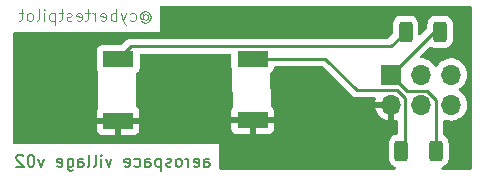
<source format=gbl>
%TF.GenerationSoftware,KiCad,Pcbnew,(6.0.4-0)*%
%TF.CreationDate,2022-05-11T16:37:37-04:00*%
%TF.ProjectId,Master_Warning,4d617374-6572-45f5-9761-726e696e672e,v02*%
%TF.SameCoordinates,Original*%
%TF.FileFunction,Copper,L2,Bot*%
%TF.FilePolarity,Positive*%
%FSLAX46Y46*%
G04 Gerber Fmt 4.6, Leading zero omitted, Abs format (unit mm)*
G04 Created by KiCad (PCBNEW (6.0.4-0)) date 2022-05-11 16:37:37*
%MOMM*%
%LPD*%
G01*
G04 APERTURE LIST*
G04 Aperture macros list*
%AMRoundRect*
0 Rectangle with rounded corners*
0 $1 Rounding radius*
0 $2 $3 $4 $5 $6 $7 $8 $9 X,Y pos of 4 corners*
0 Add a 4 corners polygon primitive as box body*
4,1,4,$2,$3,$4,$5,$6,$7,$8,$9,$2,$3,0*
0 Add four circle primitives for the rounded corners*
1,1,$1+$1,$2,$3*
1,1,$1+$1,$4,$5*
1,1,$1+$1,$6,$7*
1,1,$1+$1,$8,$9*
0 Add four rect primitives between the rounded corners*
20,1,$1+$1,$2,$3,$4,$5,0*
20,1,$1+$1,$4,$5,$6,$7,0*
20,1,$1+$1,$6,$7,$8,$9,0*
20,1,$1+$1,$8,$9,$2,$3,0*%
G04 Aperture macros list end*
%ADD10C,0.100000*%
%TA.AperFunction,NonConductor*%
%ADD11C,0.100000*%
%TD*%
%ADD12C,0.200000*%
%TA.AperFunction,NonConductor*%
%ADD13C,0.200000*%
%TD*%
%TA.AperFunction,SMDPad,CuDef*%
%ADD14R,2.600000X1.400000*%
%TD*%
%TA.AperFunction,SMDPad,CuDef*%
%ADD15RoundRect,0.249998X-0.312502X-0.625002X0.312502X-0.625002X0.312502X0.625002X-0.312502X0.625002X0*%
%TD*%
%TA.AperFunction,ComponentPad*%
%ADD16R,1.700000X1.700000*%
%TD*%
%TA.AperFunction,ComponentPad*%
%ADD17O,1.700000X1.700000*%
%TD*%
%TA.AperFunction,Conductor*%
%ADD18C,0.254000*%
%TD*%
G04 APERTURE END LIST*
D10*
D11*
X207137676Y-80061053D02*
X207185295Y-80013434D01*
X207280533Y-79965815D01*
X207375771Y-79965815D01*
X207471009Y-80013434D01*
X207518628Y-80061053D01*
X207566247Y-80156291D01*
X207566247Y-80251529D01*
X207518628Y-80346767D01*
X207471009Y-80394386D01*
X207375771Y-80442005D01*
X207280533Y-80442005D01*
X207185295Y-80394386D01*
X207137676Y-80346767D01*
X207137676Y-79965815D02*
X207137676Y-80346767D01*
X207090057Y-80394386D01*
X207042438Y-80394386D01*
X206947200Y-80346767D01*
X206899581Y-80251529D01*
X206899581Y-80013434D01*
X206994819Y-79870577D01*
X207137676Y-79775339D01*
X207328152Y-79727720D01*
X207518628Y-79775339D01*
X207661485Y-79870577D01*
X207756724Y-80013434D01*
X207804343Y-80203910D01*
X207756724Y-80394386D01*
X207661485Y-80537243D01*
X207518628Y-80632482D01*
X207328152Y-80680101D01*
X207137676Y-80632482D01*
X206994819Y-80537243D01*
X206042438Y-80489624D02*
X206137676Y-80537243D01*
X206328152Y-80537243D01*
X206423390Y-80489624D01*
X206471009Y-80442005D01*
X206518628Y-80346767D01*
X206518628Y-80061053D01*
X206471009Y-79965815D01*
X206423390Y-79918196D01*
X206328152Y-79870577D01*
X206137676Y-79870577D01*
X206042438Y-79918196D01*
X205709104Y-79870577D02*
X205471009Y-80537243D01*
X205232914Y-79870577D02*
X205471009Y-80537243D01*
X205566247Y-80775339D01*
X205613866Y-80822958D01*
X205709104Y-80870577D01*
X204851962Y-80537243D02*
X204851962Y-79537243D01*
X204851962Y-79918196D02*
X204756724Y-79870577D01*
X204566247Y-79870577D01*
X204471009Y-79918196D01*
X204423390Y-79965815D01*
X204375771Y-80061053D01*
X204375771Y-80346767D01*
X204423390Y-80442005D01*
X204471009Y-80489624D01*
X204566247Y-80537243D01*
X204756724Y-80537243D01*
X204851962Y-80489624D01*
X203566247Y-80489624D02*
X203661485Y-80537243D01*
X203851962Y-80537243D01*
X203947200Y-80489624D01*
X203994819Y-80394386D01*
X203994819Y-80013434D01*
X203947200Y-79918196D01*
X203851962Y-79870577D01*
X203661485Y-79870577D01*
X203566247Y-79918196D01*
X203518628Y-80013434D01*
X203518628Y-80108672D01*
X203994819Y-80203910D01*
X203090057Y-80537243D02*
X203090057Y-79870577D01*
X203090057Y-80061053D02*
X203042438Y-79965815D01*
X202994819Y-79918196D01*
X202899581Y-79870577D01*
X202804343Y-79870577D01*
X202613866Y-79870577D02*
X202232914Y-79870577D01*
X202471009Y-79537243D02*
X202471009Y-80394386D01*
X202423390Y-80489624D01*
X202328152Y-80537243D01*
X202232914Y-80537243D01*
X201518628Y-80489624D02*
X201613866Y-80537243D01*
X201804343Y-80537243D01*
X201899581Y-80489624D01*
X201947200Y-80394386D01*
X201947200Y-80013434D01*
X201899581Y-79918196D01*
X201804343Y-79870577D01*
X201613866Y-79870577D01*
X201518628Y-79918196D01*
X201471009Y-80013434D01*
X201471009Y-80108672D01*
X201947200Y-80203910D01*
X201090057Y-80489624D02*
X200994819Y-80537243D01*
X200804343Y-80537243D01*
X200709104Y-80489624D01*
X200661485Y-80394386D01*
X200661485Y-80346767D01*
X200709104Y-80251529D01*
X200804343Y-80203910D01*
X200947200Y-80203910D01*
X201042438Y-80156291D01*
X201090057Y-80061053D01*
X201090057Y-80013434D01*
X201042438Y-79918196D01*
X200947200Y-79870577D01*
X200804343Y-79870577D01*
X200709104Y-79918196D01*
X200375771Y-79870577D02*
X199994819Y-79870577D01*
X200232914Y-79537243D02*
X200232914Y-80394386D01*
X200185295Y-80489624D01*
X200090057Y-80537243D01*
X199994819Y-80537243D01*
X199661485Y-79870577D02*
X199661485Y-80870577D01*
X199661485Y-79918196D02*
X199566247Y-79870577D01*
X199375771Y-79870577D01*
X199280533Y-79918196D01*
X199232914Y-79965815D01*
X199185295Y-80061053D01*
X199185295Y-80346767D01*
X199232914Y-80442005D01*
X199280533Y-80489624D01*
X199375771Y-80537243D01*
X199566247Y-80537243D01*
X199661485Y-80489624D01*
X198756724Y-80537243D02*
X198756724Y-79870577D01*
X198756724Y-79537243D02*
X198804343Y-79584863D01*
X198756724Y-79632482D01*
X198709104Y-79584863D01*
X198756724Y-79537243D01*
X198756724Y-79632482D01*
X198137676Y-80537243D02*
X198232914Y-80489624D01*
X198280533Y-80394386D01*
X198280533Y-79537243D01*
X197613866Y-80537243D02*
X197709104Y-80489624D01*
X197756724Y-80442005D01*
X197804343Y-80346767D01*
X197804343Y-80061053D01*
X197756724Y-79965815D01*
X197709104Y-79918196D01*
X197613866Y-79870577D01*
X197471009Y-79870577D01*
X197375771Y-79918196D01*
X197328152Y-79965815D01*
X197280533Y-80061053D01*
X197280533Y-80346767D01*
X197328152Y-80442005D01*
X197375771Y-80489624D01*
X197471009Y-80537243D01*
X197613866Y-80537243D01*
X196994819Y-79870577D02*
X196613866Y-79870577D01*
X196851962Y-79537243D02*
X196851962Y-80394386D01*
X196804343Y-80489624D01*
X196709104Y-80537243D01*
X196613866Y-80537243D01*
D12*
D13*
X212306739Y-92883247D02*
X212306739Y-92359438D01*
X212354358Y-92264200D01*
X212449596Y-92216581D01*
X212640073Y-92216581D01*
X212735311Y-92264200D01*
X212306739Y-92835628D02*
X212401977Y-92883247D01*
X212640073Y-92883247D01*
X212735311Y-92835628D01*
X212782930Y-92740390D01*
X212782930Y-92645152D01*
X212735311Y-92549914D01*
X212640073Y-92502295D01*
X212401977Y-92502295D01*
X212306739Y-92454676D01*
X211449596Y-92835628D02*
X211544834Y-92883247D01*
X211735311Y-92883247D01*
X211830549Y-92835628D01*
X211878168Y-92740390D01*
X211878168Y-92359438D01*
X211830549Y-92264200D01*
X211735311Y-92216581D01*
X211544834Y-92216581D01*
X211449596Y-92264200D01*
X211401977Y-92359438D01*
X211401977Y-92454676D01*
X211878168Y-92549914D01*
X210973406Y-92883247D02*
X210973406Y-92216581D01*
X210973406Y-92407057D02*
X210925787Y-92311819D01*
X210878168Y-92264200D01*
X210782930Y-92216581D01*
X210687692Y-92216581D01*
X210211501Y-92883247D02*
X210306739Y-92835628D01*
X210354358Y-92788009D01*
X210401977Y-92692771D01*
X210401977Y-92407057D01*
X210354358Y-92311819D01*
X210306739Y-92264200D01*
X210211501Y-92216581D01*
X210068644Y-92216581D01*
X209973406Y-92264200D01*
X209925787Y-92311819D01*
X209878168Y-92407057D01*
X209878168Y-92692771D01*
X209925787Y-92788009D01*
X209973406Y-92835628D01*
X210068644Y-92883247D01*
X210211501Y-92883247D01*
X209497215Y-92835628D02*
X209401977Y-92883247D01*
X209211501Y-92883247D01*
X209116263Y-92835628D01*
X209068644Y-92740390D01*
X209068644Y-92692771D01*
X209116263Y-92597533D01*
X209211501Y-92549914D01*
X209354358Y-92549914D01*
X209449596Y-92502295D01*
X209497215Y-92407057D01*
X209497215Y-92359438D01*
X209449596Y-92264200D01*
X209354358Y-92216581D01*
X209211501Y-92216581D01*
X209116263Y-92264200D01*
X208640073Y-92216581D02*
X208640073Y-93216581D01*
X208640073Y-92264200D02*
X208544834Y-92216581D01*
X208354358Y-92216581D01*
X208259120Y-92264200D01*
X208211501Y-92311819D01*
X208163882Y-92407057D01*
X208163882Y-92692771D01*
X208211501Y-92788009D01*
X208259120Y-92835628D01*
X208354358Y-92883247D01*
X208544834Y-92883247D01*
X208640073Y-92835628D01*
X207306739Y-92883247D02*
X207306739Y-92359438D01*
X207354358Y-92264200D01*
X207449596Y-92216581D01*
X207640073Y-92216581D01*
X207735311Y-92264200D01*
X207306739Y-92835628D02*
X207401977Y-92883247D01*
X207640073Y-92883247D01*
X207735311Y-92835628D01*
X207782930Y-92740390D01*
X207782930Y-92645152D01*
X207735311Y-92549914D01*
X207640073Y-92502295D01*
X207401977Y-92502295D01*
X207306739Y-92454676D01*
X206401977Y-92835628D02*
X206497215Y-92883247D01*
X206687692Y-92883247D01*
X206782930Y-92835628D01*
X206830549Y-92788009D01*
X206878168Y-92692771D01*
X206878168Y-92407057D01*
X206830549Y-92311819D01*
X206782930Y-92264200D01*
X206687692Y-92216581D01*
X206497215Y-92216581D01*
X206401977Y-92264200D01*
X205592454Y-92835628D02*
X205687692Y-92883247D01*
X205878168Y-92883247D01*
X205973406Y-92835628D01*
X206021025Y-92740390D01*
X206021025Y-92359438D01*
X205973406Y-92264200D01*
X205878168Y-92216581D01*
X205687692Y-92216581D01*
X205592454Y-92264200D01*
X205544834Y-92359438D01*
X205544834Y-92454676D01*
X206021025Y-92549914D01*
X204449596Y-92216581D02*
X204211501Y-92883247D01*
X203973406Y-92216581D01*
X203592454Y-92883247D02*
X203592454Y-92216581D01*
X203592454Y-91883247D02*
X203640073Y-91930867D01*
X203592454Y-91978486D01*
X203544834Y-91930867D01*
X203592454Y-91883247D01*
X203592454Y-91978486D01*
X202973406Y-92883247D02*
X203068644Y-92835628D01*
X203116263Y-92740390D01*
X203116263Y-91883247D01*
X202449596Y-92883247D02*
X202544834Y-92835628D01*
X202592454Y-92740390D01*
X202592454Y-91883247D01*
X201640073Y-92883247D02*
X201640073Y-92359438D01*
X201687692Y-92264200D01*
X201782930Y-92216581D01*
X201973406Y-92216581D01*
X202068644Y-92264200D01*
X201640073Y-92835628D02*
X201735311Y-92883247D01*
X201973406Y-92883247D01*
X202068644Y-92835628D01*
X202116263Y-92740390D01*
X202116263Y-92645152D01*
X202068644Y-92549914D01*
X201973406Y-92502295D01*
X201735311Y-92502295D01*
X201640073Y-92454676D01*
X200735311Y-92216581D02*
X200735311Y-93026105D01*
X200782930Y-93121343D01*
X200830549Y-93168962D01*
X200925787Y-93216581D01*
X201068644Y-93216581D01*
X201163882Y-93168962D01*
X200735311Y-92835628D02*
X200830549Y-92883247D01*
X201021025Y-92883247D01*
X201116263Y-92835628D01*
X201163882Y-92788009D01*
X201211501Y-92692771D01*
X201211501Y-92407057D01*
X201163882Y-92311819D01*
X201116263Y-92264200D01*
X201021025Y-92216581D01*
X200830549Y-92216581D01*
X200735311Y-92264200D01*
X199878168Y-92835628D02*
X199973406Y-92883247D01*
X200163882Y-92883247D01*
X200259120Y-92835628D01*
X200306739Y-92740390D01*
X200306739Y-92359438D01*
X200259120Y-92264200D01*
X200163882Y-92216581D01*
X199973406Y-92216581D01*
X199878168Y-92264200D01*
X199830549Y-92359438D01*
X199830549Y-92454676D01*
X200306739Y-92549914D01*
X198735311Y-92216581D02*
X198497215Y-92883247D01*
X198259120Y-92216581D01*
X197687692Y-91883247D02*
X197592454Y-91883247D01*
X197497215Y-91930867D01*
X197449596Y-91978486D01*
X197401977Y-92073724D01*
X197354358Y-92264200D01*
X197354358Y-92502295D01*
X197401977Y-92692771D01*
X197449596Y-92788009D01*
X197497215Y-92835628D01*
X197592454Y-92883247D01*
X197687692Y-92883247D01*
X197782930Y-92835628D01*
X197830549Y-92788009D01*
X197878168Y-92692771D01*
X197925787Y-92502295D01*
X197925787Y-92264200D01*
X197878168Y-92073724D01*
X197830549Y-91978486D01*
X197782930Y-91930867D01*
X197687692Y-91883247D01*
X196973406Y-91978486D02*
X196925787Y-91930867D01*
X196830549Y-91883247D01*
X196592454Y-91883247D01*
X196497215Y-91930867D01*
X196449596Y-91978486D01*
X196401977Y-92073724D01*
X196401977Y-92168962D01*
X196449596Y-92311819D01*
X197021025Y-92883247D01*
X196401977Y-92883247D01*
D14*
%TO.P,D1,1,K*%
%TO.N,GND*%
X205019401Y-88993178D03*
%TO.P,D1,2,A*%
%TO.N,Net-(D1-Pad2)*%
X205019401Y-83793178D03*
%TD*%
%TO.P,D2,1,K*%
%TO.N,GND*%
X216416997Y-88925978D03*
%TO.P,D2,2,A*%
%TO.N,Net-(D2-Pad2)*%
X216416997Y-83725978D03*
%TD*%
D15*
%TO.P,R1,1*%
%TO.N,Net-(D1-Pad2)*%
X229349849Y-81470612D03*
%TO.P,R1,2*%
%TO.N,Net-(J1-Pad1)*%
X232274849Y-81470612D03*
%TD*%
%TO.P,R2,1*%
%TO.N,Net-(D2-Pad2)*%
X229001537Y-91535306D03*
%TO.P,R2,2*%
%TO.N,Net-(J1-Pad1)*%
X231926537Y-91535306D03*
%TD*%
D16*
%TO.P,J1,1,Pin_1*%
%TO.N,Net-(J1-Pad1)*%
X228131712Y-85078461D03*
D17*
%TO.P,J1,2,Pin_2*%
%TO.N,GND*%
X228131712Y-87618461D03*
%TO.P,J1,3,Pin_3*%
%TO.N,unconnected-(J1-Pad3)*%
X230671712Y-85078461D03*
%TO.P,J1,4,Pin_4*%
%TO.N,unconnected-(J1-Pad4)*%
X230671712Y-87618461D03*
%TO.P,J1,5,Pin_5*%
%TO.N,unconnected-(J1-Pad5)*%
X233211712Y-85078461D03*
%TO.P,J1,6,Pin_6*%
%TO.N,unconnected-(J1-Pad6)*%
X233211712Y-87618461D03*
%TD*%
D18*
%TO.N,Net-(D1-Pad2)*%
X205019401Y-83793178D02*
X206113112Y-82699467D01*
X206113112Y-82699467D02*
X228120994Y-82699467D01*
X228120994Y-82699467D02*
X229349849Y-81470612D01*
%TO.N,Net-(D2-Pad2)*%
X229308223Y-87068223D02*
X229308223Y-91228620D01*
X222575390Y-83725978D02*
X225209412Y-86360000D01*
X225209412Y-86360000D02*
X228600000Y-86360000D01*
X229308223Y-91228620D02*
X229001537Y-91535306D01*
X228600000Y-86360000D02*
X229308223Y-87068223D01*
X216416997Y-83725978D02*
X222575390Y-83725978D01*
%TO.N,Net-(J1-Pad1)*%
X231739561Y-81470612D02*
X232274849Y-81470612D01*
X231926537Y-87209447D02*
X231159040Y-86441950D01*
X231159040Y-86441950D02*
X229495201Y-86441950D01*
X229495201Y-86441950D02*
X228131712Y-85078461D01*
X231926537Y-91535306D02*
X231926537Y-87209447D01*
X228131712Y-85078461D02*
X231739561Y-81470612D01*
%TD*%
%TA.AperFunction,Conductor*%
%TO.N,GND*%
G36*
X234936024Y-79275708D02*
G01*
X234982517Y-79329364D01*
X234993903Y-79381706D01*
X234993903Y-93001310D01*
X234973901Y-93069431D01*
X234920245Y-93115924D01*
X234867903Y-93127310D01*
X232513148Y-93127310D01*
X232445027Y-93107308D01*
X232398534Y-93053652D01*
X232388430Y-92983378D01*
X232417924Y-92918798D01*
X232473271Y-92881787D01*
X232491457Y-92875719D01*
X232562984Y-92851856D01*
X232713386Y-92758785D01*
X232838343Y-92633610D01*
X232842184Y-92627379D01*
X232927312Y-92489276D01*
X232927313Y-92489274D01*
X232931152Y-92483046D01*
X232986834Y-92315169D01*
X232997537Y-92210708D01*
X232997537Y-90859904D01*
X232986563Y-90754138D01*
X232930587Y-90586359D01*
X232837516Y-90435957D01*
X232712341Y-90311000D01*
X232621921Y-90255264D01*
X232574428Y-90202491D01*
X232562037Y-90148004D01*
X232562037Y-89007619D01*
X232582039Y-88939498D01*
X232635695Y-88893005D01*
X232705969Y-88882901D01*
X232732986Y-88889909D01*
X232784531Y-88909592D01*
X232831404Y-88927491D01*
X232836472Y-88928522D01*
X232836475Y-88928523D01*
X232931574Y-88947871D01*
X233050309Y-88972028D01*
X233055484Y-88972218D01*
X233055486Y-88972218D01*
X233268385Y-88980025D01*
X233268389Y-88980025D01*
X233273549Y-88980214D01*
X233278669Y-88979558D01*
X233278671Y-88979558D01*
X233490000Y-88952486D01*
X233490001Y-88952486D01*
X233495128Y-88951829D01*
X233500078Y-88950344D01*
X233704141Y-88889122D01*
X233704146Y-88889120D01*
X233709096Y-88887635D01*
X233909706Y-88789357D01*
X234091572Y-88659634D01*
X234249808Y-88501950D01*
X234380165Y-88320538D01*
X234448978Y-88181306D01*
X234476848Y-88124914D01*
X234476849Y-88124912D01*
X234479142Y-88120272D01*
X234524091Y-87972329D01*
X234542577Y-87911484D01*
X234542577Y-87911482D01*
X234544082Y-87906530D01*
X234573241Y-87685051D01*
X234574868Y-87618461D01*
X234556564Y-87395822D01*
X234502143Y-87179163D01*
X234413066Y-86974301D01*
X234353378Y-86882038D01*
X234294534Y-86791078D01*
X234294532Y-86791075D01*
X234291726Y-86786738D01*
X234141382Y-86621512D01*
X234137331Y-86618313D01*
X234137327Y-86618309D01*
X233970126Y-86486261D01*
X233970122Y-86486259D01*
X233966071Y-86483059D01*
X233924765Y-86460257D01*
X233874796Y-86409825D01*
X233860024Y-86340382D01*
X233885140Y-86273977D01*
X233912492Y-86247370D01*
X233956315Y-86216111D01*
X234091572Y-86119634D01*
X234249808Y-85961950D01*
X234380165Y-85780538D01*
X234401032Y-85738318D01*
X234476848Y-85584914D01*
X234476849Y-85584912D01*
X234479142Y-85580272D01*
X234544082Y-85366530D01*
X234573241Y-85145051D01*
X234574868Y-85078461D01*
X234556564Y-84855822D01*
X234502143Y-84639163D01*
X234413066Y-84434301D01*
X234291726Y-84246738D01*
X234141382Y-84081512D01*
X234137331Y-84078313D01*
X234137327Y-84078309D01*
X233970126Y-83946261D01*
X233970122Y-83946259D01*
X233966071Y-83943059D01*
X233770501Y-83835099D01*
X233765632Y-83833375D01*
X233765628Y-83833373D01*
X233564799Y-83762256D01*
X233564795Y-83762255D01*
X233559924Y-83760530D01*
X233554831Y-83759623D01*
X233554828Y-83759622D01*
X233345085Y-83722261D01*
X233345079Y-83722260D01*
X233339996Y-83721355D01*
X233266164Y-83720453D01*
X233121793Y-83718689D01*
X233121791Y-83718689D01*
X233116623Y-83718626D01*
X232895803Y-83752416D01*
X232683468Y-83821818D01*
X232485319Y-83924968D01*
X232481186Y-83928071D01*
X232481183Y-83928073D01*
X232310812Y-84055991D01*
X232306677Y-84059096D01*
X232152341Y-84220599D01*
X232044913Y-84378082D01*
X231990005Y-84423082D01*
X231919480Y-84431253D01*
X231855733Y-84399999D01*
X231835036Y-84375515D01*
X231754534Y-84251078D01*
X231754532Y-84251075D01*
X231751726Y-84246738D01*
X231601382Y-84081512D01*
X231597331Y-84078313D01*
X231597327Y-84078309D01*
X231430126Y-83946261D01*
X231430122Y-83946259D01*
X231426071Y-83943059D01*
X231230501Y-83835099D01*
X231225632Y-83833375D01*
X231225628Y-83833373D01*
X231024799Y-83762256D01*
X231024795Y-83762255D01*
X231019924Y-83760530D01*
X231014831Y-83759623D01*
X231014828Y-83759622D01*
X230805085Y-83722261D01*
X230805079Y-83722260D01*
X230799996Y-83721355D01*
X230691517Y-83720030D01*
X230623647Y-83699197D01*
X230577813Y-83644978D01*
X230568568Y-83574585D01*
X230598847Y-83510370D01*
X230603962Y-83504944D01*
X231372184Y-82736722D01*
X231434496Y-82702696D01*
X231505311Y-82707761D01*
X231527393Y-82718556D01*
X231545824Y-82729917D01*
X231632447Y-82783312D01*
X231639609Y-82787727D01*
X231719352Y-82814176D01*
X231800958Y-82841244D01*
X231800960Y-82841244D01*
X231807486Y-82843409D01*
X231814322Y-82844109D01*
X231814325Y-82844110D01*
X231857378Y-82848521D01*
X231911947Y-82854112D01*
X232637751Y-82854112D01*
X232640997Y-82853775D01*
X232641001Y-82853775D01*
X232670934Y-82850669D01*
X232743517Y-82843138D01*
X232911296Y-82787162D01*
X233061698Y-82694091D01*
X233186655Y-82568916D01*
X233279464Y-82418352D01*
X233335146Y-82250475D01*
X233336360Y-82238633D01*
X233343315Y-82170748D01*
X233345849Y-82146014D01*
X233345849Y-80795210D01*
X233334875Y-80689444D01*
X233278899Y-80521665D01*
X233185828Y-80371263D01*
X233060653Y-80246306D01*
X233054422Y-80242465D01*
X232916319Y-80157337D01*
X232916317Y-80157336D01*
X232910089Y-80153497D01*
X232749608Y-80100268D01*
X232748740Y-80099980D01*
X232748738Y-80099980D01*
X232742212Y-80097815D01*
X232735376Y-80097115D01*
X232735373Y-80097114D01*
X232692320Y-80092703D01*
X232637751Y-80087112D01*
X231911947Y-80087112D01*
X231908701Y-80087449D01*
X231908697Y-80087449D01*
X231878764Y-80090555D01*
X231806181Y-80098086D01*
X231638402Y-80154062D01*
X231488000Y-80247133D01*
X231363043Y-80372308D01*
X231359203Y-80378538D01*
X231359202Y-80378539D01*
X231274813Y-80515444D01*
X231270234Y-80522872D01*
X231214552Y-80690749D01*
X231203849Y-80795210D01*
X231203849Y-81055402D01*
X231183847Y-81123523D01*
X231166944Y-81144497D01*
X230635944Y-81675497D01*
X230573632Y-81709523D01*
X230502817Y-81704458D01*
X230445981Y-81661911D01*
X230421170Y-81595391D01*
X230420849Y-81586402D01*
X230420849Y-80795210D01*
X230409875Y-80689444D01*
X230353899Y-80521665D01*
X230260828Y-80371263D01*
X230135653Y-80246306D01*
X230129422Y-80242465D01*
X229991319Y-80157337D01*
X229991317Y-80157336D01*
X229985089Y-80153497D01*
X229824608Y-80100268D01*
X229823740Y-80099980D01*
X229823738Y-80099980D01*
X229817212Y-80097815D01*
X229810376Y-80097115D01*
X229810373Y-80097114D01*
X229767320Y-80092703D01*
X229712751Y-80087112D01*
X228986947Y-80087112D01*
X228983701Y-80087449D01*
X228983697Y-80087449D01*
X228953764Y-80090555D01*
X228881181Y-80098086D01*
X228713402Y-80154062D01*
X228563000Y-80247133D01*
X228438043Y-80372308D01*
X228434203Y-80378538D01*
X228434202Y-80378539D01*
X228349813Y-80515444D01*
X228345234Y-80522872D01*
X228289552Y-80690749D01*
X228278849Y-80795210D01*
X228278849Y-81590689D01*
X228258847Y-81658810D01*
X228241944Y-81679784D01*
X227894666Y-82027062D01*
X227832354Y-82061088D01*
X227805571Y-82063967D01*
X206192144Y-82063967D01*
X206180905Y-82063437D01*
X206173393Y-82061758D01*
X206165468Y-82062007D01*
X206165467Y-82062007D01*
X206105082Y-82063905D01*
X206101124Y-82063967D01*
X206073129Y-82063967D01*
X206069195Y-82064464D01*
X206069193Y-82064464D01*
X206069106Y-82064475D01*
X206057272Y-82065407D01*
X206012907Y-82066802D01*
X206005294Y-82069014D01*
X206005293Y-82069014D01*
X205993364Y-82072480D01*
X205974000Y-82076490D01*
X205961672Y-82078047D01*
X205961670Y-82078047D01*
X205953813Y-82079040D01*
X205946449Y-82081956D01*
X205946444Y-82081957D01*
X205912556Y-82095374D01*
X205901327Y-82099219D01*
X205884647Y-82104065D01*
X205858719Y-82111598D01*
X205851892Y-82115636D01*
X205851889Y-82115637D01*
X205841206Y-82121955D01*
X205823448Y-82130655D01*
X205811897Y-82135228D01*
X205811891Y-82135232D01*
X205804524Y-82138148D01*
X205798113Y-82142806D01*
X205798111Y-82142807D01*
X205768624Y-82164231D01*
X205758702Y-82170748D01*
X205727344Y-82189293D01*
X205727340Y-82189296D01*
X205720514Y-82193333D01*
X205706130Y-82207717D01*
X205691096Y-82220558D01*
X205674625Y-82232525D01*
X205669572Y-82238633D01*
X205646335Y-82266722D01*
X205638345Y-82275502D01*
X205366074Y-82547773D01*
X205303762Y-82581799D01*
X205276979Y-82584678D01*
X203671267Y-82584678D01*
X203609085Y-82591433D01*
X203472696Y-82642563D01*
X203356140Y-82729917D01*
X203268786Y-82846473D01*
X203217656Y-82982862D01*
X203210901Y-83045044D01*
X203210901Y-84541312D01*
X203217656Y-84603494D01*
X203258134Y-84711467D01*
X203267307Y-84735937D01*
X203275316Y-84778666D01*
X203279717Y-85148369D01*
X203313007Y-87944814D01*
X203293817Y-88013168D01*
X203287843Y-88021878D01*
X203274612Y-88039532D01*
X203266079Y-88055119D01*
X203220923Y-88175572D01*
X203217296Y-88190827D01*
X203211770Y-88241692D01*
X203211401Y-88248506D01*
X203211401Y-88721063D01*
X203215876Y-88736302D01*
X203217266Y-88737507D01*
X203224949Y-88739178D01*
X206809285Y-88739178D01*
X206824524Y-88734703D01*
X206825729Y-88733313D01*
X206827400Y-88725630D01*
X206827400Y-88248509D01*
X206827030Y-88241688D01*
X206821506Y-88190826D01*
X206817880Y-88175574D01*
X206772725Y-88055124D01*
X206764187Y-88039529D01*
X206687686Y-87937454D01*
X206675125Y-87924893D01*
X206583496Y-87856221D01*
X206540981Y-87799362D01*
X206533064Y-87756087D01*
X206518240Y-85043382D01*
X206537869Y-84975154D01*
X206568673Y-84941869D01*
X206655771Y-84876593D01*
X206682662Y-84856439D01*
X206770016Y-84739883D01*
X206821146Y-84603494D01*
X206827901Y-84541312D01*
X206827901Y-83460967D01*
X206847903Y-83392846D01*
X206901559Y-83346353D01*
X206953901Y-83334967D01*
X214482497Y-83334967D01*
X214550618Y-83354969D01*
X214597111Y-83408625D01*
X214608497Y-83460967D01*
X214608497Y-84474112D01*
X214615252Y-84536294D01*
X214618026Y-84543693D01*
X214664903Y-84668737D01*
X214672912Y-84711466D01*
X214678113Y-85148369D01*
X214710603Y-87877614D01*
X214691413Y-87945968D01*
X214685439Y-87954678D01*
X214672208Y-87972332D01*
X214663675Y-87987919D01*
X214618519Y-88108372D01*
X214614892Y-88123627D01*
X214609366Y-88174492D01*
X214608997Y-88181306D01*
X214608997Y-88653863D01*
X214613472Y-88669102D01*
X214614862Y-88670307D01*
X214622545Y-88671978D01*
X218206881Y-88671978D01*
X218222120Y-88667503D01*
X218223325Y-88666113D01*
X218224996Y-88658430D01*
X218224996Y-88181309D01*
X218224626Y-88174488D01*
X218219102Y-88123626D01*
X218215476Y-88108374D01*
X218170321Y-87987924D01*
X218161783Y-87972329D01*
X218097403Y-87886427D01*
X226799969Y-87886427D01*
X226830277Y-88020907D01*
X226833357Y-88030736D01*
X226913482Y-88228064D01*
X226918125Y-88237255D01*
X227029406Y-88418849D01*
X227035489Y-88427160D01*
X227174925Y-88588128D01*
X227182292Y-88595344D01*
X227346146Y-88731377D01*
X227354593Y-88737292D01*
X227538468Y-88844740D01*
X227547754Y-88849190D01*
X227746713Y-88925164D01*
X227756611Y-88928040D01*
X227859962Y-88949067D01*
X227874011Y-88947871D01*
X227877712Y-88937526D01*
X227877712Y-87890576D01*
X227873237Y-87875337D01*
X227871847Y-87874132D01*
X227864164Y-87872461D01*
X226814937Y-87872461D01*
X226801406Y-87876434D01*
X226799969Y-87886427D01*
X218097403Y-87886427D01*
X218085282Y-87870254D01*
X218072721Y-87857693D01*
X217981092Y-87789021D01*
X217938577Y-87732162D01*
X217930660Y-87688887D01*
X217915836Y-84976182D01*
X217935465Y-84907954D01*
X217966269Y-84874669D01*
X217983414Y-84861820D01*
X218080258Y-84789239D01*
X218167612Y-84672683D01*
X218218742Y-84536294D01*
X218225497Y-84474112D01*
X218227220Y-84474299D01*
X218248582Y-84413769D01*
X218304654Y-84370222D01*
X218350773Y-84361478D01*
X222259968Y-84361478D01*
X222328089Y-84381480D01*
X222349063Y-84398383D01*
X223530951Y-85580272D01*
X224704162Y-86753483D01*
X224711738Y-86761809D01*
X224715859Y-86768303D01*
X224735490Y-86786738D01*
X224765677Y-86815085D01*
X224768519Y-86817840D01*
X224788318Y-86837639D01*
X224791449Y-86840068D01*
X224791454Y-86840072D01*
X224791540Y-86840139D01*
X224800565Y-86847847D01*
X224832906Y-86878217D01*
X224839851Y-86882035D01*
X224839855Y-86882038D01*
X224850746Y-86888026D01*
X224867267Y-86898878D01*
X224883346Y-86911350D01*
X224924067Y-86928971D01*
X224934723Y-86934192D01*
X224966657Y-86951748D01*
X224966663Y-86951750D01*
X224973609Y-86955569D01*
X224981284Y-86957540D01*
X224981290Y-86957542D01*
X224993323Y-86960631D01*
X225012025Y-86967034D01*
X225030704Y-86975117D01*
X225038530Y-86976357D01*
X225038535Y-86976358D01*
X225074532Y-86982060D01*
X225086152Y-86984466D01*
X225121449Y-86993528D01*
X225129130Y-86995500D01*
X225149478Y-86995500D01*
X225169190Y-86997051D01*
X225189292Y-87000235D01*
X225233467Y-86996059D01*
X225245326Y-86995500D01*
X226729448Y-86995500D01*
X226797569Y-87015502D01*
X226844062Y-87069158D01*
X226854166Y-87139432D01*
X226850865Y-87155172D01*
X226796101Y-87352644D01*
X226797624Y-87361068D01*
X226810004Y-87364461D01*
X228259712Y-87364461D01*
X228327833Y-87384463D01*
X228374326Y-87438119D01*
X228385712Y-87490461D01*
X228385712Y-88936978D01*
X228389776Y-88950820D01*
X228403190Y-88952854D01*
X228409896Y-88951995D01*
X228419974Y-88949853D01*
X228510515Y-88922689D01*
X228581511Y-88922272D01*
X228641461Y-88960305D01*
X228671333Y-89024711D01*
X228672723Y-89043375D01*
X228672723Y-90034666D01*
X228652721Y-90102787D01*
X228599065Y-90149280D01*
X228559728Y-90159993D01*
X228553033Y-90160688D01*
X228532869Y-90162780D01*
X228365090Y-90218756D01*
X228214688Y-90311827D01*
X228089731Y-90437002D01*
X228085891Y-90443232D01*
X228085890Y-90443233D01*
X228001501Y-90580138D01*
X227996922Y-90587566D01*
X227941240Y-90755443D01*
X227930537Y-90859904D01*
X227930537Y-92210708D01*
X227941511Y-92316474D01*
X227997487Y-92484253D01*
X228090558Y-92634655D01*
X228215733Y-92759612D01*
X228221963Y-92763452D01*
X228221964Y-92763453D01*
X228359135Y-92848006D01*
X228366297Y-92852421D01*
X228445082Y-92878553D01*
X228454622Y-92881717D01*
X228512982Y-92922148D01*
X228540219Y-92987712D01*
X228527686Y-93057593D01*
X228479361Y-93109605D01*
X228414955Y-93127310D01*
X213707907Y-93127310D01*
X213639786Y-93107308D01*
X213593293Y-93053652D01*
X213581907Y-93001310D01*
X213581907Y-90967367D01*
X196248300Y-90967367D01*
X196180179Y-90947365D01*
X196133686Y-90893709D01*
X196122300Y-90841367D01*
X196122300Y-89737847D01*
X203211402Y-89737847D01*
X203211772Y-89744668D01*
X203217296Y-89795530D01*
X203220922Y-89810782D01*
X203266077Y-89931232D01*
X203274615Y-89946827D01*
X203351116Y-90048902D01*
X203363677Y-90061463D01*
X203465752Y-90137964D01*
X203481347Y-90146502D01*
X203601795Y-90191656D01*
X203617050Y-90195283D01*
X203667915Y-90200809D01*
X203674729Y-90201178D01*
X204747286Y-90201178D01*
X204762525Y-90196703D01*
X204763730Y-90195313D01*
X204765401Y-90187630D01*
X204765401Y-90183062D01*
X205273401Y-90183062D01*
X205277876Y-90198301D01*
X205279266Y-90199506D01*
X205286949Y-90201177D01*
X206364070Y-90201177D01*
X206370891Y-90200807D01*
X206421753Y-90195283D01*
X206437005Y-90191657D01*
X206557455Y-90146502D01*
X206573050Y-90137964D01*
X206675125Y-90061463D01*
X206687686Y-90048902D01*
X206764187Y-89946827D01*
X206772725Y-89931232D01*
X206817879Y-89810784D01*
X206821506Y-89795529D01*
X206827032Y-89744664D01*
X206827401Y-89737850D01*
X206827401Y-89670647D01*
X214608998Y-89670647D01*
X214609368Y-89677468D01*
X214614892Y-89728330D01*
X214618518Y-89743582D01*
X214663673Y-89864032D01*
X214672211Y-89879627D01*
X214748712Y-89981702D01*
X214761273Y-89994263D01*
X214863348Y-90070764D01*
X214878943Y-90079302D01*
X214999391Y-90124456D01*
X215014646Y-90128083D01*
X215065511Y-90133609D01*
X215072325Y-90133978D01*
X216144882Y-90133978D01*
X216160121Y-90129503D01*
X216161326Y-90128113D01*
X216162997Y-90120430D01*
X216162997Y-90115862D01*
X216670997Y-90115862D01*
X216675472Y-90131101D01*
X216676862Y-90132306D01*
X216684545Y-90133977D01*
X217761666Y-90133977D01*
X217768487Y-90133607D01*
X217819349Y-90128083D01*
X217834601Y-90124457D01*
X217955051Y-90079302D01*
X217970646Y-90070764D01*
X218072721Y-89994263D01*
X218085282Y-89981702D01*
X218161783Y-89879627D01*
X218170321Y-89864032D01*
X218215475Y-89743584D01*
X218219102Y-89728329D01*
X218224628Y-89677464D01*
X218224997Y-89670650D01*
X218224997Y-89198093D01*
X218220522Y-89182854D01*
X218219132Y-89181649D01*
X218211449Y-89179978D01*
X216689112Y-89179978D01*
X216673873Y-89184453D01*
X216672668Y-89185843D01*
X216670997Y-89193526D01*
X216670997Y-90115862D01*
X216162997Y-90115862D01*
X216162997Y-89198093D01*
X216158522Y-89182854D01*
X216157132Y-89181649D01*
X216149449Y-89179978D01*
X214627113Y-89179978D01*
X214611874Y-89184453D01*
X214610669Y-89185843D01*
X214608998Y-89193526D01*
X214608998Y-89670647D01*
X206827401Y-89670647D01*
X206827401Y-89265293D01*
X206822926Y-89250054D01*
X206821536Y-89248849D01*
X206813853Y-89247178D01*
X205291516Y-89247178D01*
X205276277Y-89251653D01*
X205275072Y-89253043D01*
X205273401Y-89260726D01*
X205273401Y-90183062D01*
X204765401Y-90183062D01*
X204765401Y-89265293D01*
X204760926Y-89250054D01*
X204759536Y-89248849D01*
X204751853Y-89247178D01*
X203229517Y-89247178D01*
X203214278Y-89251653D01*
X203213073Y-89253043D01*
X203211402Y-89260726D01*
X203211402Y-89737847D01*
X196122300Y-89737847D01*
X196122300Y-81599363D01*
X196142302Y-81531242D01*
X196195958Y-81484749D01*
X196248300Y-81473363D01*
X208553319Y-81473363D01*
X208553319Y-79381706D01*
X208573321Y-79313585D01*
X208626977Y-79267092D01*
X208679319Y-79255706D01*
X234867903Y-79255706D01*
X234936024Y-79275708D01*
G37*
%TD.AperFunction*%
%TD*%
M02*

</source>
